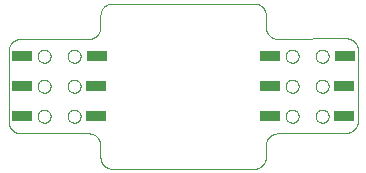
<source format=gbp>
G75*
%MOIN*%
%OFA0B0*%
%FSLAX25Y25*%
%IPPOS*%
%LPD*%
%AMOC8*
5,1,8,0,0,1.08239X$1,22.5*
%
%ADD10C,0.00000*%
%ADD11R,0.07087X0.03543*%
D10*
X0045791Y0032012D02*
X0045915Y0032010D01*
X0046038Y0032004D01*
X0046162Y0031995D01*
X0046284Y0031981D01*
X0046407Y0031964D01*
X0046529Y0031942D01*
X0046650Y0031917D01*
X0046770Y0031888D01*
X0046889Y0031856D01*
X0047008Y0031819D01*
X0047125Y0031779D01*
X0047240Y0031736D01*
X0047355Y0031688D01*
X0047467Y0031637D01*
X0047578Y0031583D01*
X0047688Y0031525D01*
X0047795Y0031464D01*
X0047901Y0031399D01*
X0048004Y0031331D01*
X0048105Y0031260D01*
X0048204Y0031186D01*
X0048301Y0031109D01*
X0048395Y0031028D01*
X0048486Y0030945D01*
X0048575Y0030859D01*
X0048661Y0030770D01*
X0048744Y0030679D01*
X0048825Y0030585D01*
X0048902Y0030488D01*
X0048976Y0030389D01*
X0049047Y0030288D01*
X0049115Y0030185D01*
X0049180Y0030079D01*
X0049241Y0029972D01*
X0049299Y0029862D01*
X0049353Y0029751D01*
X0049404Y0029639D01*
X0049452Y0029524D01*
X0049495Y0029409D01*
X0049535Y0029292D01*
X0049572Y0029173D01*
X0049604Y0029054D01*
X0049633Y0028934D01*
X0049658Y0028813D01*
X0049680Y0028691D01*
X0049697Y0028568D01*
X0049711Y0028446D01*
X0049720Y0028322D01*
X0049726Y0028199D01*
X0049728Y0028075D01*
X0049728Y0024138D01*
X0049730Y0024014D01*
X0049736Y0023891D01*
X0049745Y0023767D01*
X0049759Y0023645D01*
X0049776Y0023522D01*
X0049798Y0023400D01*
X0049823Y0023279D01*
X0049852Y0023159D01*
X0049884Y0023040D01*
X0049921Y0022921D01*
X0049961Y0022804D01*
X0050004Y0022689D01*
X0050052Y0022574D01*
X0050103Y0022462D01*
X0050157Y0022351D01*
X0050215Y0022241D01*
X0050276Y0022134D01*
X0050341Y0022028D01*
X0050409Y0021925D01*
X0050480Y0021824D01*
X0050554Y0021725D01*
X0050631Y0021628D01*
X0050712Y0021534D01*
X0050795Y0021443D01*
X0050881Y0021354D01*
X0050970Y0021268D01*
X0051061Y0021185D01*
X0051155Y0021104D01*
X0051252Y0021027D01*
X0051351Y0020953D01*
X0051452Y0020882D01*
X0051555Y0020814D01*
X0051661Y0020749D01*
X0051768Y0020688D01*
X0051878Y0020630D01*
X0051989Y0020576D01*
X0052101Y0020525D01*
X0052216Y0020477D01*
X0052331Y0020434D01*
X0052448Y0020394D01*
X0052567Y0020357D01*
X0052686Y0020325D01*
X0052806Y0020296D01*
X0052927Y0020271D01*
X0053049Y0020249D01*
X0053172Y0020232D01*
X0053294Y0020218D01*
X0053418Y0020209D01*
X0053541Y0020203D01*
X0053665Y0020201D01*
X0100909Y0020201D01*
X0101033Y0020203D01*
X0101156Y0020209D01*
X0101280Y0020218D01*
X0101402Y0020232D01*
X0101525Y0020249D01*
X0101647Y0020271D01*
X0101768Y0020296D01*
X0101888Y0020325D01*
X0102007Y0020357D01*
X0102126Y0020394D01*
X0102243Y0020434D01*
X0102358Y0020477D01*
X0102473Y0020525D01*
X0102585Y0020576D01*
X0102696Y0020630D01*
X0102806Y0020688D01*
X0102913Y0020749D01*
X0103019Y0020814D01*
X0103122Y0020882D01*
X0103223Y0020953D01*
X0103322Y0021027D01*
X0103419Y0021104D01*
X0103513Y0021185D01*
X0103604Y0021268D01*
X0103693Y0021354D01*
X0103779Y0021443D01*
X0103862Y0021534D01*
X0103943Y0021628D01*
X0104020Y0021725D01*
X0104094Y0021824D01*
X0104165Y0021925D01*
X0104233Y0022028D01*
X0104298Y0022134D01*
X0104359Y0022241D01*
X0104417Y0022351D01*
X0104471Y0022462D01*
X0104522Y0022574D01*
X0104570Y0022689D01*
X0104613Y0022804D01*
X0104653Y0022921D01*
X0104690Y0023040D01*
X0104722Y0023159D01*
X0104751Y0023279D01*
X0104776Y0023400D01*
X0104798Y0023522D01*
X0104815Y0023645D01*
X0104829Y0023767D01*
X0104838Y0023891D01*
X0104844Y0024014D01*
X0104846Y0024138D01*
X0104846Y0028075D01*
X0104848Y0028199D01*
X0104854Y0028322D01*
X0104863Y0028446D01*
X0104877Y0028568D01*
X0104894Y0028691D01*
X0104916Y0028813D01*
X0104941Y0028934D01*
X0104970Y0029054D01*
X0105002Y0029173D01*
X0105039Y0029292D01*
X0105079Y0029409D01*
X0105122Y0029524D01*
X0105170Y0029639D01*
X0105221Y0029751D01*
X0105275Y0029862D01*
X0105333Y0029972D01*
X0105394Y0030079D01*
X0105459Y0030185D01*
X0105527Y0030288D01*
X0105598Y0030389D01*
X0105672Y0030488D01*
X0105749Y0030585D01*
X0105830Y0030679D01*
X0105913Y0030770D01*
X0105999Y0030859D01*
X0106088Y0030945D01*
X0106179Y0031028D01*
X0106273Y0031109D01*
X0106370Y0031186D01*
X0106469Y0031260D01*
X0106570Y0031331D01*
X0106673Y0031399D01*
X0106779Y0031464D01*
X0106886Y0031525D01*
X0106996Y0031583D01*
X0107107Y0031637D01*
X0107219Y0031688D01*
X0107334Y0031736D01*
X0107449Y0031779D01*
X0107566Y0031819D01*
X0107685Y0031856D01*
X0107804Y0031888D01*
X0107924Y0031917D01*
X0108045Y0031942D01*
X0108167Y0031964D01*
X0108290Y0031981D01*
X0108412Y0031995D01*
X0108536Y0032004D01*
X0108659Y0032010D01*
X0108783Y0032012D01*
X0131618Y0032209D01*
X0131742Y0032211D01*
X0131865Y0032217D01*
X0131989Y0032226D01*
X0132111Y0032240D01*
X0132234Y0032257D01*
X0132356Y0032279D01*
X0132477Y0032304D01*
X0132597Y0032333D01*
X0132716Y0032365D01*
X0132835Y0032402D01*
X0132952Y0032442D01*
X0133067Y0032485D01*
X0133182Y0032533D01*
X0133294Y0032584D01*
X0133405Y0032638D01*
X0133515Y0032696D01*
X0133622Y0032757D01*
X0133728Y0032822D01*
X0133831Y0032890D01*
X0133932Y0032961D01*
X0134031Y0033035D01*
X0134128Y0033112D01*
X0134222Y0033193D01*
X0134313Y0033276D01*
X0134402Y0033362D01*
X0134488Y0033451D01*
X0134571Y0033542D01*
X0134652Y0033636D01*
X0134729Y0033733D01*
X0134803Y0033832D01*
X0134874Y0033933D01*
X0134942Y0034036D01*
X0135007Y0034142D01*
X0135068Y0034249D01*
X0135126Y0034359D01*
X0135180Y0034470D01*
X0135231Y0034582D01*
X0135279Y0034697D01*
X0135322Y0034812D01*
X0135362Y0034929D01*
X0135399Y0035048D01*
X0135431Y0035167D01*
X0135460Y0035287D01*
X0135485Y0035408D01*
X0135507Y0035530D01*
X0135524Y0035653D01*
X0135538Y0035775D01*
X0135547Y0035899D01*
X0135553Y0036022D01*
X0135555Y0036146D01*
X0135555Y0059768D01*
X0135553Y0059892D01*
X0135547Y0060015D01*
X0135538Y0060139D01*
X0135524Y0060261D01*
X0135507Y0060384D01*
X0135485Y0060506D01*
X0135460Y0060627D01*
X0135431Y0060747D01*
X0135399Y0060866D01*
X0135362Y0060985D01*
X0135322Y0061102D01*
X0135279Y0061217D01*
X0135231Y0061332D01*
X0135180Y0061444D01*
X0135126Y0061555D01*
X0135068Y0061665D01*
X0135007Y0061772D01*
X0134942Y0061878D01*
X0134874Y0061981D01*
X0134803Y0062082D01*
X0134729Y0062181D01*
X0134652Y0062278D01*
X0134571Y0062372D01*
X0134488Y0062463D01*
X0134402Y0062552D01*
X0134313Y0062638D01*
X0134222Y0062721D01*
X0134128Y0062802D01*
X0134031Y0062879D01*
X0133932Y0062953D01*
X0133831Y0063024D01*
X0133728Y0063092D01*
X0133622Y0063157D01*
X0133515Y0063218D01*
X0133405Y0063276D01*
X0133294Y0063330D01*
X0133182Y0063381D01*
X0133067Y0063429D01*
X0132952Y0063472D01*
X0132835Y0063512D01*
X0132716Y0063549D01*
X0132597Y0063581D01*
X0132477Y0063610D01*
X0132356Y0063635D01*
X0132234Y0063657D01*
X0132111Y0063674D01*
X0131989Y0063688D01*
X0131865Y0063697D01*
X0131742Y0063703D01*
X0131618Y0063705D01*
X0108783Y0063508D01*
X0108659Y0063510D01*
X0108536Y0063516D01*
X0108412Y0063525D01*
X0108290Y0063539D01*
X0108167Y0063556D01*
X0108045Y0063578D01*
X0107924Y0063603D01*
X0107804Y0063632D01*
X0107685Y0063664D01*
X0107566Y0063701D01*
X0107449Y0063741D01*
X0107334Y0063784D01*
X0107219Y0063832D01*
X0107107Y0063883D01*
X0106996Y0063937D01*
X0106886Y0063995D01*
X0106779Y0064056D01*
X0106673Y0064121D01*
X0106570Y0064189D01*
X0106469Y0064260D01*
X0106370Y0064334D01*
X0106273Y0064411D01*
X0106179Y0064492D01*
X0106088Y0064575D01*
X0105999Y0064661D01*
X0105913Y0064750D01*
X0105830Y0064841D01*
X0105749Y0064935D01*
X0105672Y0065032D01*
X0105598Y0065131D01*
X0105527Y0065232D01*
X0105459Y0065335D01*
X0105394Y0065441D01*
X0105333Y0065548D01*
X0105275Y0065658D01*
X0105221Y0065769D01*
X0105170Y0065881D01*
X0105122Y0065996D01*
X0105079Y0066111D01*
X0105039Y0066228D01*
X0105002Y0066347D01*
X0104970Y0066466D01*
X0104941Y0066586D01*
X0104916Y0066707D01*
X0104894Y0066829D01*
X0104877Y0066952D01*
X0104863Y0067074D01*
X0104854Y0067198D01*
X0104848Y0067321D01*
X0104846Y0067445D01*
X0104846Y0071382D01*
X0104844Y0071506D01*
X0104838Y0071629D01*
X0104829Y0071753D01*
X0104815Y0071875D01*
X0104798Y0071998D01*
X0104776Y0072120D01*
X0104751Y0072241D01*
X0104722Y0072361D01*
X0104690Y0072480D01*
X0104653Y0072599D01*
X0104613Y0072716D01*
X0104570Y0072831D01*
X0104522Y0072946D01*
X0104471Y0073058D01*
X0104417Y0073169D01*
X0104359Y0073279D01*
X0104298Y0073386D01*
X0104233Y0073492D01*
X0104165Y0073595D01*
X0104094Y0073696D01*
X0104020Y0073795D01*
X0103943Y0073892D01*
X0103862Y0073986D01*
X0103779Y0074077D01*
X0103693Y0074166D01*
X0103604Y0074252D01*
X0103513Y0074335D01*
X0103419Y0074416D01*
X0103322Y0074493D01*
X0103223Y0074567D01*
X0103122Y0074638D01*
X0103019Y0074706D01*
X0102913Y0074771D01*
X0102806Y0074832D01*
X0102696Y0074890D01*
X0102585Y0074944D01*
X0102473Y0074995D01*
X0102358Y0075043D01*
X0102243Y0075086D01*
X0102126Y0075126D01*
X0102007Y0075163D01*
X0101888Y0075195D01*
X0101768Y0075224D01*
X0101647Y0075249D01*
X0101525Y0075271D01*
X0101402Y0075288D01*
X0101280Y0075302D01*
X0101156Y0075311D01*
X0101033Y0075317D01*
X0100909Y0075319D01*
X0053665Y0075319D01*
X0053541Y0075317D01*
X0053418Y0075311D01*
X0053294Y0075302D01*
X0053172Y0075288D01*
X0053049Y0075271D01*
X0052927Y0075249D01*
X0052806Y0075224D01*
X0052686Y0075195D01*
X0052567Y0075163D01*
X0052448Y0075126D01*
X0052331Y0075086D01*
X0052216Y0075043D01*
X0052101Y0074995D01*
X0051989Y0074944D01*
X0051878Y0074890D01*
X0051768Y0074832D01*
X0051661Y0074771D01*
X0051555Y0074706D01*
X0051452Y0074638D01*
X0051351Y0074567D01*
X0051252Y0074493D01*
X0051155Y0074416D01*
X0051061Y0074335D01*
X0050970Y0074252D01*
X0050881Y0074166D01*
X0050795Y0074077D01*
X0050712Y0073986D01*
X0050631Y0073892D01*
X0050554Y0073795D01*
X0050480Y0073696D01*
X0050409Y0073595D01*
X0050341Y0073492D01*
X0050276Y0073386D01*
X0050215Y0073279D01*
X0050157Y0073169D01*
X0050103Y0073058D01*
X0050052Y0072946D01*
X0050004Y0072831D01*
X0049961Y0072716D01*
X0049921Y0072599D01*
X0049884Y0072480D01*
X0049852Y0072361D01*
X0049823Y0072241D01*
X0049798Y0072120D01*
X0049776Y0071998D01*
X0049759Y0071875D01*
X0049745Y0071753D01*
X0049736Y0071629D01*
X0049730Y0071506D01*
X0049728Y0071382D01*
X0049728Y0067445D01*
X0049726Y0067321D01*
X0049720Y0067198D01*
X0049711Y0067074D01*
X0049697Y0066952D01*
X0049680Y0066829D01*
X0049658Y0066707D01*
X0049633Y0066586D01*
X0049604Y0066466D01*
X0049572Y0066347D01*
X0049535Y0066228D01*
X0049495Y0066111D01*
X0049452Y0065996D01*
X0049404Y0065881D01*
X0049353Y0065769D01*
X0049299Y0065658D01*
X0049241Y0065548D01*
X0049180Y0065441D01*
X0049115Y0065335D01*
X0049047Y0065232D01*
X0048976Y0065131D01*
X0048902Y0065032D01*
X0048825Y0064935D01*
X0048744Y0064841D01*
X0048661Y0064750D01*
X0048575Y0064661D01*
X0048486Y0064575D01*
X0048395Y0064492D01*
X0048301Y0064411D01*
X0048204Y0064334D01*
X0048105Y0064260D01*
X0048004Y0064189D01*
X0047901Y0064121D01*
X0047795Y0064056D01*
X0047688Y0063995D01*
X0047578Y0063937D01*
X0047467Y0063883D01*
X0047355Y0063832D01*
X0047240Y0063784D01*
X0047125Y0063741D01*
X0047008Y0063701D01*
X0046889Y0063664D01*
X0046770Y0063632D01*
X0046650Y0063603D01*
X0046529Y0063578D01*
X0046407Y0063556D01*
X0046284Y0063539D01*
X0046162Y0063525D01*
X0046038Y0063516D01*
X0045915Y0063510D01*
X0045791Y0063508D01*
X0023094Y0063508D01*
X0022970Y0063506D01*
X0022847Y0063500D01*
X0022723Y0063491D01*
X0022601Y0063477D01*
X0022478Y0063460D01*
X0022356Y0063438D01*
X0022235Y0063413D01*
X0022115Y0063384D01*
X0021996Y0063352D01*
X0021877Y0063315D01*
X0021760Y0063275D01*
X0021645Y0063232D01*
X0021530Y0063184D01*
X0021418Y0063133D01*
X0021307Y0063079D01*
X0021197Y0063021D01*
X0021090Y0062960D01*
X0020984Y0062895D01*
X0020881Y0062827D01*
X0020780Y0062756D01*
X0020681Y0062682D01*
X0020584Y0062605D01*
X0020490Y0062524D01*
X0020399Y0062441D01*
X0020310Y0062355D01*
X0020224Y0062266D01*
X0020141Y0062175D01*
X0020060Y0062081D01*
X0019983Y0061984D01*
X0019909Y0061885D01*
X0019838Y0061784D01*
X0019770Y0061681D01*
X0019705Y0061575D01*
X0019644Y0061468D01*
X0019586Y0061358D01*
X0019532Y0061247D01*
X0019481Y0061135D01*
X0019433Y0061020D01*
X0019390Y0060905D01*
X0019350Y0060788D01*
X0019313Y0060669D01*
X0019281Y0060550D01*
X0019252Y0060430D01*
X0019227Y0060309D01*
X0019205Y0060187D01*
X0019188Y0060064D01*
X0019174Y0059942D01*
X0019165Y0059818D01*
X0019159Y0059695D01*
X0019157Y0059571D01*
X0019157Y0035949D01*
X0019159Y0035825D01*
X0019165Y0035702D01*
X0019174Y0035578D01*
X0019188Y0035456D01*
X0019205Y0035333D01*
X0019227Y0035211D01*
X0019252Y0035090D01*
X0019281Y0034970D01*
X0019313Y0034851D01*
X0019350Y0034732D01*
X0019390Y0034615D01*
X0019433Y0034500D01*
X0019481Y0034385D01*
X0019532Y0034273D01*
X0019586Y0034162D01*
X0019644Y0034052D01*
X0019705Y0033945D01*
X0019770Y0033839D01*
X0019838Y0033736D01*
X0019909Y0033635D01*
X0019983Y0033536D01*
X0020060Y0033439D01*
X0020141Y0033345D01*
X0020224Y0033254D01*
X0020310Y0033165D01*
X0020399Y0033079D01*
X0020490Y0032996D01*
X0020584Y0032915D01*
X0020681Y0032838D01*
X0020780Y0032764D01*
X0020881Y0032693D01*
X0020984Y0032625D01*
X0021090Y0032560D01*
X0021197Y0032499D01*
X0021307Y0032441D01*
X0021418Y0032387D01*
X0021530Y0032336D01*
X0021645Y0032288D01*
X0021760Y0032245D01*
X0021877Y0032205D01*
X0021996Y0032168D01*
X0022115Y0032136D01*
X0022235Y0032107D01*
X0022356Y0032082D01*
X0022478Y0032060D01*
X0022601Y0032043D01*
X0022723Y0032029D01*
X0022847Y0032020D01*
X0022970Y0032014D01*
X0023094Y0032012D01*
X0045791Y0032012D01*
X0038784Y0037760D02*
X0038786Y0037853D01*
X0038792Y0037945D01*
X0038802Y0038037D01*
X0038816Y0038128D01*
X0038833Y0038219D01*
X0038855Y0038309D01*
X0038880Y0038398D01*
X0038909Y0038486D01*
X0038942Y0038572D01*
X0038979Y0038657D01*
X0039019Y0038741D01*
X0039063Y0038822D01*
X0039110Y0038902D01*
X0039160Y0038980D01*
X0039214Y0039055D01*
X0039271Y0039128D01*
X0039331Y0039198D01*
X0039394Y0039266D01*
X0039460Y0039331D01*
X0039528Y0039393D01*
X0039599Y0039453D01*
X0039673Y0039509D01*
X0039749Y0039562D01*
X0039827Y0039611D01*
X0039907Y0039658D01*
X0039989Y0039700D01*
X0040073Y0039740D01*
X0040158Y0039775D01*
X0040245Y0039807D01*
X0040333Y0039836D01*
X0040422Y0039860D01*
X0040512Y0039881D01*
X0040603Y0039897D01*
X0040695Y0039910D01*
X0040787Y0039919D01*
X0040880Y0039924D01*
X0040972Y0039925D01*
X0041065Y0039922D01*
X0041157Y0039915D01*
X0041249Y0039904D01*
X0041340Y0039889D01*
X0041431Y0039871D01*
X0041521Y0039848D01*
X0041609Y0039822D01*
X0041697Y0039792D01*
X0041783Y0039758D01*
X0041867Y0039721D01*
X0041950Y0039679D01*
X0042031Y0039635D01*
X0042111Y0039587D01*
X0042188Y0039536D01*
X0042262Y0039481D01*
X0042335Y0039423D01*
X0042405Y0039363D01*
X0042472Y0039299D01*
X0042536Y0039233D01*
X0042598Y0039163D01*
X0042656Y0039092D01*
X0042711Y0039018D01*
X0042763Y0038941D01*
X0042812Y0038862D01*
X0042858Y0038782D01*
X0042900Y0038699D01*
X0042938Y0038615D01*
X0042973Y0038529D01*
X0043004Y0038442D01*
X0043031Y0038354D01*
X0043054Y0038264D01*
X0043074Y0038174D01*
X0043090Y0038083D01*
X0043102Y0037991D01*
X0043110Y0037899D01*
X0043114Y0037806D01*
X0043114Y0037714D01*
X0043110Y0037621D01*
X0043102Y0037529D01*
X0043090Y0037437D01*
X0043074Y0037346D01*
X0043054Y0037256D01*
X0043031Y0037166D01*
X0043004Y0037078D01*
X0042973Y0036991D01*
X0042938Y0036905D01*
X0042900Y0036821D01*
X0042858Y0036738D01*
X0042812Y0036658D01*
X0042763Y0036579D01*
X0042711Y0036502D01*
X0042656Y0036428D01*
X0042598Y0036357D01*
X0042536Y0036287D01*
X0042472Y0036221D01*
X0042405Y0036157D01*
X0042335Y0036097D01*
X0042262Y0036039D01*
X0042188Y0035984D01*
X0042111Y0035933D01*
X0042032Y0035885D01*
X0041950Y0035841D01*
X0041867Y0035799D01*
X0041783Y0035762D01*
X0041697Y0035728D01*
X0041609Y0035698D01*
X0041521Y0035672D01*
X0041431Y0035649D01*
X0041340Y0035631D01*
X0041249Y0035616D01*
X0041157Y0035605D01*
X0041065Y0035598D01*
X0040972Y0035595D01*
X0040880Y0035596D01*
X0040787Y0035601D01*
X0040695Y0035610D01*
X0040603Y0035623D01*
X0040512Y0035639D01*
X0040422Y0035660D01*
X0040333Y0035684D01*
X0040245Y0035713D01*
X0040158Y0035745D01*
X0040073Y0035780D01*
X0039989Y0035820D01*
X0039907Y0035862D01*
X0039827Y0035909D01*
X0039749Y0035958D01*
X0039673Y0036011D01*
X0039599Y0036067D01*
X0039528Y0036127D01*
X0039460Y0036189D01*
X0039394Y0036254D01*
X0039331Y0036322D01*
X0039271Y0036392D01*
X0039214Y0036465D01*
X0039160Y0036540D01*
X0039110Y0036618D01*
X0039063Y0036698D01*
X0039019Y0036779D01*
X0038979Y0036863D01*
X0038942Y0036948D01*
X0038909Y0037034D01*
X0038880Y0037122D01*
X0038855Y0037211D01*
X0038833Y0037301D01*
X0038816Y0037392D01*
X0038802Y0037483D01*
X0038792Y0037575D01*
X0038786Y0037667D01*
X0038784Y0037760D01*
X0028784Y0037760D02*
X0028786Y0037853D01*
X0028792Y0037945D01*
X0028802Y0038037D01*
X0028816Y0038128D01*
X0028833Y0038219D01*
X0028855Y0038309D01*
X0028880Y0038398D01*
X0028909Y0038486D01*
X0028942Y0038572D01*
X0028979Y0038657D01*
X0029019Y0038741D01*
X0029063Y0038822D01*
X0029110Y0038902D01*
X0029160Y0038980D01*
X0029214Y0039055D01*
X0029271Y0039128D01*
X0029331Y0039198D01*
X0029394Y0039266D01*
X0029460Y0039331D01*
X0029528Y0039393D01*
X0029599Y0039453D01*
X0029673Y0039509D01*
X0029749Y0039562D01*
X0029827Y0039611D01*
X0029907Y0039658D01*
X0029989Y0039700D01*
X0030073Y0039740D01*
X0030158Y0039775D01*
X0030245Y0039807D01*
X0030333Y0039836D01*
X0030422Y0039860D01*
X0030512Y0039881D01*
X0030603Y0039897D01*
X0030695Y0039910D01*
X0030787Y0039919D01*
X0030880Y0039924D01*
X0030972Y0039925D01*
X0031065Y0039922D01*
X0031157Y0039915D01*
X0031249Y0039904D01*
X0031340Y0039889D01*
X0031431Y0039871D01*
X0031521Y0039848D01*
X0031609Y0039822D01*
X0031697Y0039792D01*
X0031783Y0039758D01*
X0031867Y0039721D01*
X0031950Y0039679D01*
X0032031Y0039635D01*
X0032111Y0039587D01*
X0032188Y0039536D01*
X0032262Y0039481D01*
X0032335Y0039423D01*
X0032405Y0039363D01*
X0032472Y0039299D01*
X0032536Y0039233D01*
X0032598Y0039163D01*
X0032656Y0039092D01*
X0032711Y0039018D01*
X0032763Y0038941D01*
X0032812Y0038862D01*
X0032858Y0038782D01*
X0032900Y0038699D01*
X0032938Y0038615D01*
X0032973Y0038529D01*
X0033004Y0038442D01*
X0033031Y0038354D01*
X0033054Y0038264D01*
X0033074Y0038174D01*
X0033090Y0038083D01*
X0033102Y0037991D01*
X0033110Y0037899D01*
X0033114Y0037806D01*
X0033114Y0037714D01*
X0033110Y0037621D01*
X0033102Y0037529D01*
X0033090Y0037437D01*
X0033074Y0037346D01*
X0033054Y0037256D01*
X0033031Y0037166D01*
X0033004Y0037078D01*
X0032973Y0036991D01*
X0032938Y0036905D01*
X0032900Y0036821D01*
X0032858Y0036738D01*
X0032812Y0036658D01*
X0032763Y0036579D01*
X0032711Y0036502D01*
X0032656Y0036428D01*
X0032598Y0036357D01*
X0032536Y0036287D01*
X0032472Y0036221D01*
X0032405Y0036157D01*
X0032335Y0036097D01*
X0032262Y0036039D01*
X0032188Y0035984D01*
X0032111Y0035933D01*
X0032032Y0035885D01*
X0031950Y0035841D01*
X0031867Y0035799D01*
X0031783Y0035762D01*
X0031697Y0035728D01*
X0031609Y0035698D01*
X0031521Y0035672D01*
X0031431Y0035649D01*
X0031340Y0035631D01*
X0031249Y0035616D01*
X0031157Y0035605D01*
X0031065Y0035598D01*
X0030972Y0035595D01*
X0030880Y0035596D01*
X0030787Y0035601D01*
X0030695Y0035610D01*
X0030603Y0035623D01*
X0030512Y0035639D01*
X0030422Y0035660D01*
X0030333Y0035684D01*
X0030245Y0035713D01*
X0030158Y0035745D01*
X0030073Y0035780D01*
X0029989Y0035820D01*
X0029907Y0035862D01*
X0029827Y0035909D01*
X0029749Y0035958D01*
X0029673Y0036011D01*
X0029599Y0036067D01*
X0029528Y0036127D01*
X0029460Y0036189D01*
X0029394Y0036254D01*
X0029331Y0036322D01*
X0029271Y0036392D01*
X0029214Y0036465D01*
X0029160Y0036540D01*
X0029110Y0036618D01*
X0029063Y0036698D01*
X0029019Y0036779D01*
X0028979Y0036863D01*
X0028942Y0036948D01*
X0028909Y0037034D01*
X0028880Y0037122D01*
X0028855Y0037211D01*
X0028833Y0037301D01*
X0028816Y0037392D01*
X0028802Y0037483D01*
X0028792Y0037575D01*
X0028786Y0037667D01*
X0028784Y0037760D01*
X0028784Y0047760D02*
X0028786Y0047853D01*
X0028792Y0047945D01*
X0028802Y0048037D01*
X0028816Y0048128D01*
X0028833Y0048219D01*
X0028855Y0048309D01*
X0028880Y0048398D01*
X0028909Y0048486D01*
X0028942Y0048572D01*
X0028979Y0048657D01*
X0029019Y0048741D01*
X0029063Y0048822D01*
X0029110Y0048902D01*
X0029160Y0048980D01*
X0029214Y0049055D01*
X0029271Y0049128D01*
X0029331Y0049198D01*
X0029394Y0049266D01*
X0029460Y0049331D01*
X0029528Y0049393D01*
X0029599Y0049453D01*
X0029673Y0049509D01*
X0029749Y0049562D01*
X0029827Y0049611D01*
X0029907Y0049658D01*
X0029989Y0049700D01*
X0030073Y0049740D01*
X0030158Y0049775D01*
X0030245Y0049807D01*
X0030333Y0049836D01*
X0030422Y0049860D01*
X0030512Y0049881D01*
X0030603Y0049897D01*
X0030695Y0049910D01*
X0030787Y0049919D01*
X0030880Y0049924D01*
X0030972Y0049925D01*
X0031065Y0049922D01*
X0031157Y0049915D01*
X0031249Y0049904D01*
X0031340Y0049889D01*
X0031431Y0049871D01*
X0031521Y0049848D01*
X0031609Y0049822D01*
X0031697Y0049792D01*
X0031783Y0049758D01*
X0031867Y0049721D01*
X0031950Y0049679D01*
X0032031Y0049635D01*
X0032111Y0049587D01*
X0032188Y0049536D01*
X0032262Y0049481D01*
X0032335Y0049423D01*
X0032405Y0049363D01*
X0032472Y0049299D01*
X0032536Y0049233D01*
X0032598Y0049163D01*
X0032656Y0049092D01*
X0032711Y0049018D01*
X0032763Y0048941D01*
X0032812Y0048862D01*
X0032858Y0048782D01*
X0032900Y0048699D01*
X0032938Y0048615D01*
X0032973Y0048529D01*
X0033004Y0048442D01*
X0033031Y0048354D01*
X0033054Y0048264D01*
X0033074Y0048174D01*
X0033090Y0048083D01*
X0033102Y0047991D01*
X0033110Y0047899D01*
X0033114Y0047806D01*
X0033114Y0047714D01*
X0033110Y0047621D01*
X0033102Y0047529D01*
X0033090Y0047437D01*
X0033074Y0047346D01*
X0033054Y0047256D01*
X0033031Y0047166D01*
X0033004Y0047078D01*
X0032973Y0046991D01*
X0032938Y0046905D01*
X0032900Y0046821D01*
X0032858Y0046738D01*
X0032812Y0046658D01*
X0032763Y0046579D01*
X0032711Y0046502D01*
X0032656Y0046428D01*
X0032598Y0046357D01*
X0032536Y0046287D01*
X0032472Y0046221D01*
X0032405Y0046157D01*
X0032335Y0046097D01*
X0032262Y0046039D01*
X0032188Y0045984D01*
X0032111Y0045933D01*
X0032032Y0045885D01*
X0031950Y0045841D01*
X0031867Y0045799D01*
X0031783Y0045762D01*
X0031697Y0045728D01*
X0031609Y0045698D01*
X0031521Y0045672D01*
X0031431Y0045649D01*
X0031340Y0045631D01*
X0031249Y0045616D01*
X0031157Y0045605D01*
X0031065Y0045598D01*
X0030972Y0045595D01*
X0030880Y0045596D01*
X0030787Y0045601D01*
X0030695Y0045610D01*
X0030603Y0045623D01*
X0030512Y0045639D01*
X0030422Y0045660D01*
X0030333Y0045684D01*
X0030245Y0045713D01*
X0030158Y0045745D01*
X0030073Y0045780D01*
X0029989Y0045820D01*
X0029907Y0045862D01*
X0029827Y0045909D01*
X0029749Y0045958D01*
X0029673Y0046011D01*
X0029599Y0046067D01*
X0029528Y0046127D01*
X0029460Y0046189D01*
X0029394Y0046254D01*
X0029331Y0046322D01*
X0029271Y0046392D01*
X0029214Y0046465D01*
X0029160Y0046540D01*
X0029110Y0046618D01*
X0029063Y0046698D01*
X0029019Y0046779D01*
X0028979Y0046863D01*
X0028942Y0046948D01*
X0028909Y0047034D01*
X0028880Y0047122D01*
X0028855Y0047211D01*
X0028833Y0047301D01*
X0028816Y0047392D01*
X0028802Y0047483D01*
X0028792Y0047575D01*
X0028786Y0047667D01*
X0028784Y0047760D01*
X0038784Y0047760D02*
X0038786Y0047853D01*
X0038792Y0047945D01*
X0038802Y0048037D01*
X0038816Y0048128D01*
X0038833Y0048219D01*
X0038855Y0048309D01*
X0038880Y0048398D01*
X0038909Y0048486D01*
X0038942Y0048572D01*
X0038979Y0048657D01*
X0039019Y0048741D01*
X0039063Y0048822D01*
X0039110Y0048902D01*
X0039160Y0048980D01*
X0039214Y0049055D01*
X0039271Y0049128D01*
X0039331Y0049198D01*
X0039394Y0049266D01*
X0039460Y0049331D01*
X0039528Y0049393D01*
X0039599Y0049453D01*
X0039673Y0049509D01*
X0039749Y0049562D01*
X0039827Y0049611D01*
X0039907Y0049658D01*
X0039989Y0049700D01*
X0040073Y0049740D01*
X0040158Y0049775D01*
X0040245Y0049807D01*
X0040333Y0049836D01*
X0040422Y0049860D01*
X0040512Y0049881D01*
X0040603Y0049897D01*
X0040695Y0049910D01*
X0040787Y0049919D01*
X0040880Y0049924D01*
X0040972Y0049925D01*
X0041065Y0049922D01*
X0041157Y0049915D01*
X0041249Y0049904D01*
X0041340Y0049889D01*
X0041431Y0049871D01*
X0041521Y0049848D01*
X0041609Y0049822D01*
X0041697Y0049792D01*
X0041783Y0049758D01*
X0041867Y0049721D01*
X0041950Y0049679D01*
X0042031Y0049635D01*
X0042111Y0049587D01*
X0042188Y0049536D01*
X0042262Y0049481D01*
X0042335Y0049423D01*
X0042405Y0049363D01*
X0042472Y0049299D01*
X0042536Y0049233D01*
X0042598Y0049163D01*
X0042656Y0049092D01*
X0042711Y0049018D01*
X0042763Y0048941D01*
X0042812Y0048862D01*
X0042858Y0048782D01*
X0042900Y0048699D01*
X0042938Y0048615D01*
X0042973Y0048529D01*
X0043004Y0048442D01*
X0043031Y0048354D01*
X0043054Y0048264D01*
X0043074Y0048174D01*
X0043090Y0048083D01*
X0043102Y0047991D01*
X0043110Y0047899D01*
X0043114Y0047806D01*
X0043114Y0047714D01*
X0043110Y0047621D01*
X0043102Y0047529D01*
X0043090Y0047437D01*
X0043074Y0047346D01*
X0043054Y0047256D01*
X0043031Y0047166D01*
X0043004Y0047078D01*
X0042973Y0046991D01*
X0042938Y0046905D01*
X0042900Y0046821D01*
X0042858Y0046738D01*
X0042812Y0046658D01*
X0042763Y0046579D01*
X0042711Y0046502D01*
X0042656Y0046428D01*
X0042598Y0046357D01*
X0042536Y0046287D01*
X0042472Y0046221D01*
X0042405Y0046157D01*
X0042335Y0046097D01*
X0042262Y0046039D01*
X0042188Y0045984D01*
X0042111Y0045933D01*
X0042032Y0045885D01*
X0041950Y0045841D01*
X0041867Y0045799D01*
X0041783Y0045762D01*
X0041697Y0045728D01*
X0041609Y0045698D01*
X0041521Y0045672D01*
X0041431Y0045649D01*
X0041340Y0045631D01*
X0041249Y0045616D01*
X0041157Y0045605D01*
X0041065Y0045598D01*
X0040972Y0045595D01*
X0040880Y0045596D01*
X0040787Y0045601D01*
X0040695Y0045610D01*
X0040603Y0045623D01*
X0040512Y0045639D01*
X0040422Y0045660D01*
X0040333Y0045684D01*
X0040245Y0045713D01*
X0040158Y0045745D01*
X0040073Y0045780D01*
X0039989Y0045820D01*
X0039907Y0045862D01*
X0039827Y0045909D01*
X0039749Y0045958D01*
X0039673Y0046011D01*
X0039599Y0046067D01*
X0039528Y0046127D01*
X0039460Y0046189D01*
X0039394Y0046254D01*
X0039331Y0046322D01*
X0039271Y0046392D01*
X0039214Y0046465D01*
X0039160Y0046540D01*
X0039110Y0046618D01*
X0039063Y0046698D01*
X0039019Y0046779D01*
X0038979Y0046863D01*
X0038942Y0046948D01*
X0038909Y0047034D01*
X0038880Y0047122D01*
X0038855Y0047211D01*
X0038833Y0047301D01*
X0038816Y0047392D01*
X0038802Y0047483D01*
X0038792Y0047575D01*
X0038786Y0047667D01*
X0038784Y0047760D01*
X0038784Y0057760D02*
X0038786Y0057853D01*
X0038792Y0057945D01*
X0038802Y0058037D01*
X0038816Y0058128D01*
X0038833Y0058219D01*
X0038855Y0058309D01*
X0038880Y0058398D01*
X0038909Y0058486D01*
X0038942Y0058572D01*
X0038979Y0058657D01*
X0039019Y0058741D01*
X0039063Y0058822D01*
X0039110Y0058902D01*
X0039160Y0058980D01*
X0039214Y0059055D01*
X0039271Y0059128D01*
X0039331Y0059198D01*
X0039394Y0059266D01*
X0039460Y0059331D01*
X0039528Y0059393D01*
X0039599Y0059453D01*
X0039673Y0059509D01*
X0039749Y0059562D01*
X0039827Y0059611D01*
X0039907Y0059658D01*
X0039989Y0059700D01*
X0040073Y0059740D01*
X0040158Y0059775D01*
X0040245Y0059807D01*
X0040333Y0059836D01*
X0040422Y0059860D01*
X0040512Y0059881D01*
X0040603Y0059897D01*
X0040695Y0059910D01*
X0040787Y0059919D01*
X0040880Y0059924D01*
X0040972Y0059925D01*
X0041065Y0059922D01*
X0041157Y0059915D01*
X0041249Y0059904D01*
X0041340Y0059889D01*
X0041431Y0059871D01*
X0041521Y0059848D01*
X0041609Y0059822D01*
X0041697Y0059792D01*
X0041783Y0059758D01*
X0041867Y0059721D01*
X0041950Y0059679D01*
X0042031Y0059635D01*
X0042111Y0059587D01*
X0042188Y0059536D01*
X0042262Y0059481D01*
X0042335Y0059423D01*
X0042405Y0059363D01*
X0042472Y0059299D01*
X0042536Y0059233D01*
X0042598Y0059163D01*
X0042656Y0059092D01*
X0042711Y0059018D01*
X0042763Y0058941D01*
X0042812Y0058862D01*
X0042858Y0058782D01*
X0042900Y0058699D01*
X0042938Y0058615D01*
X0042973Y0058529D01*
X0043004Y0058442D01*
X0043031Y0058354D01*
X0043054Y0058264D01*
X0043074Y0058174D01*
X0043090Y0058083D01*
X0043102Y0057991D01*
X0043110Y0057899D01*
X0043114Y0057806D01*
X0043114Y0057714D01*
X0043110Y0057621D01*
X0043102Y0057529D01*
X0043090Y0057437D01*
X0043074Y0057346D01*
X0043054Y0057256D01*
X0043031Y0057166D01*
X0043004Y0057078D01*
X0042973Y0056991D01*
X0042938Y0056905D01*
X0042900Y0056821D01*
X0042858Y0056738D01*
X0042812Y0056658D01*
X0042763Y0056579D01*
X0042711Y0056502D01*
X0042656Y0056428D01*
X0042598Y0056357D01*
X0042536Y0056287D01*
X0042472Y0056221D01*
X0042405Y0056157D01*
X0042335Y0056097D01*
X0042262Y0056039D01*
X0042188Y0055984D01*
X0042111Y0055933D01*
X0042032Y0055885D01*
X0041950Y0055841D01*
X0041867Y0055799D01*
X0041783Y0055762D01*
X0041697Y0055728D01*
X0041609Y0055698D01*
X0041521Y0055672D01*
X0041431Y0055649D01*
X0041340Y0055631D01*
X0041249Y0055616D01*
X0041157Y0055605D01*
X0041065Y0055598D01*
X0040972Y0055595D01*
X0040880Y0055596D01*
X0040787Y0055601D01*
X0040695Y0055610D01*
X0040603Y0055623D01*
X0040512Y0055639D01*
X0040422Y0055660D01*
X0040333Y0055684D01*
X0040245Y0055713D01*
X0040158Y0055745D01*
X0040073Y0055780D01*
X0039989Y0055820D01*
X0039907Y0055862D01*
X0039827Y0055909D01*
X0039749Y0055958D01*
X0039673Y0056011D01*
X0039599Y0056067D01*
X0039528Y0056127D01*
X0039460Y0056189D01*
X0039394Y0056254D01*
X0039331Y0056322D01*
X0039271Y0056392D01*
X0039214Y0056465D01*
X0039160Y0056540D01*
X0039110Y0056618D01*
X0039063Y0056698D01*
X0039019Y0056779D01*
X0038979Y0056863D01*
X0038942Y0056948D01*
X0038909Y0057034D01*
X0038880Y0057122D01*
X0038855Y0057211D01*
X0038833Y0057301D01*
X0038816Y0057392D01*
X0038802Y0057483D01*
X0038792Y0057575D01*
X0038786Y0057667D01*
X0038784Y0057760D01*
X0028784Y0057760D02*
X0028786Y0057853D01*
X0028792Y0057945D01*
X0028802Y0058037D01*
X0028816Y0058128D01*
X0028833Y0058219D01*
X0028855Y0058309D01*
X0028880Y0058398D01*
X0028909Y0058486D01*
X0028942Y0058572D01*
X0028979Y0058657D01*
X0029019Y0058741D01*
X0029063Y0058822D01*
X0029110Y0058902D01*
X0029160Y0058980D01*
X0029214Y0059055D01*
X0029271Y0059128D01*
X0029331Y0059198D01*
X0029394Y0059266D01*
X0029460Y0059331D01*
X0029528Y0059393D01*
X0029599Y0059453D01*
X0029673Y0059509D01*
X0029749Y0059562D01*
X0029827Y0059611D01*
X0029907Y0059658D01*
X0029989Y0059700D01*
X0030073Y0059740D01*
X0030158Y0059775D01*
X0030245Y0059807D01*
X0030333Y0059836D01*
X0030422Y0059860D01*
X0030512Y0059881D01*
X0030603Y0059897D01*
X0030695Y0059910D01*
X0030787Y0059919D01*
X0030880Y0059924D01*
X0030972Y0059925D01*
X0031065Y0059922D01*
X0031157Y0059915D01*
X0031249Y0059904D01*
X0031340Y0059889D01*
X0031431Y0059871D01*
X0031521Y0059848D01*
X0031609Y0059822D01*
X0031697Y0059792D01*
X0031783Y0059758D01*
X0031867Y0059721D01*
X0031950Y0059679D01*
X0032031Y0059635D01*
X0032111Y0059587D01*
X0032188Y0059536D01*
X0032262Y0059481D01*
X0032335Y0059423D01*
X0032405Y0059363D01*
X0032472Y0059299D01*
X0032536Y0059233D01*
X0032598Y0059163D01*
X0032656Y0059092D01*
X0032711Y0059018D01*
X0032763Y0058941D01*
X0032812Y0058862D01*
X0032858Y0058782D01*
X0032900Y0058699D01*
X0032938Y0058615D01*
X0032973Y0058529D01*
X0033004Y0058442D01*
X0033031Y0058354D01*
X0033054Y0058264D01*
X0033074Y0058174D01*
X0033090Y0058083D01*
X0033102Y0057991D01*
X0033110Y0057899D01*
X0033114Y0057806D01*
X0033114Y0057714D01*
X0033110Y0057621D01*
X0033102Y0057529D01*
X0033090Y0057437D01*
X0033074Y0057346D01*
X0033054Y0057256D01*
X0033031Y0057166D01*
X0033004Y0057078D01*
X0032973Y0056991D01*
X0032938Y0056905D01*
X0032900Y0056821D01*
X0032858Y0056738D01*
X0032812Y0056658D01*
X0032763Y0056579D01*
X0032711Y0056502D01*
X0032656Y0056428D01*
X0032598Y0056357D01*
X0032536Y0056287D01*
X0032472Y0056221D01*
X0032405Y0056157D01*
X0032335Y0056097D01*
X0032262Y0056039D01*
X0032188Y0055984D01*
X0032111Y0055933D01*
X0032032Y0055885D01*
X0031950Y0055841D01*
X0031867Y0055799D01*
X0031783Y0055762D01*
X0031697Y0055728D01*
X0031609Y0055698D01*
X0031521Y0055672D01*
X0031431Y0055649D01*
X0031340Y0055631D01*
X0031249Y0055616D01*
X0031157Y0055605D01*
X0031065Y0055598D01*
X0030972Y0055595D01*
X0030880Y0055596D01*
X0030787Y0055601D01*
X0030695Y0055610D01*
X0030603Y0055623D01*
X0030512Y0055639D01*
X0030422Y0055660D01*
X0030333Y0055684D01*
X0030245Y0055713D01*
X0030158Y0055745D01*
X0030073Y0055780D01*
X0029989Y0055820D01*
X0029907Y0055862D01*
X0029827Y0055909D01*
X0029749Y0055958D01*
X0029673Y0056011D01*
X0029599Y0056067D01*
X0029528Y0056127D01*
X0029460Y0056189D01*
X0029394Y0056254D01*
X0029331Y0056322D01*
X0029271Y0056392D01*
X0029214Y0056465D01*
X0029160Y0056540D01*
X0029110Y0056618D01*
X0029063Y0056698D01*
X0029019Y0056779D01*
X0028979Y0056863D01*
X0028942Y0056948D01*
X0028909Y0057034D01*
X0028880Y0057122D01*
X0028855Y0057211D01*
X0028833Y0057301D01*
X0028816Y0057392D01*
X0028802Y0057483D01*
X0028792Y0057575D01*
X0028786Y0057667D01*
X0028784Y0057760D01*
X0111461Y0057760D02*
X0111463Y0057853D01*
X0111469Y0057945D01*
X0111479Y0058037D01*
X0111493Y0058128D01*
X0111510Y0058219D01*
X0111532Y0058309D01*
X0111557Y0058398D01*
X0111586Y0058486D01*
X0111619Y0058572D01*
X0111656Y0058657D01*
X0111696Y0058741D01*
X0111740Y0058822D01*
X0111787Y0058902D01*
X0111837Y0058980D01*
X0111891Y0059055D01*
X0111948Y0059128D01*
X0112008Y0059198D01*
X0112071Y0059266D01*
X0112137Y0059331D01*
X0112205Y0059393D01*
X0112276Y0059453D01*
X0112350Y0059509D01*
X0112426Y0059562D01*
X0112504Y0059611D01*
X0112584Y0059658D01*
X0112666Y0059700D01*
X0112750Y0059740D01*
X0112835Y0059775D01*
X0112922Y0059807D01*
X0113010Y0059836D01*
X0113099Y0059860D01*
X0113189Y0059881D01*
X0113280Y0059897D01*
X0113372Y0059910D01*
X0113464Y0059919D01*
X0113557Y0059924D01*
X0113649Y0059925D01*
X0113742Y0059922D01*
X0113834Y0059915D01*
X0113926Y0059904D01*
X0114017Y0059889D01*
X0114108Y0059871D01*
X0114198Y0059848D01*
X0114286Y0059822D01*
X0114374Y0059792D01*
X0114460Y0059758D01*
X0114544Y0059721D01*
X0114627Y0059679D01*
X0114708Y0059635D01*
X0114788Y0059587D01*
X0114865Y0059536D01*
X0114939Y0059481D01*
X0115012Y0059423D01*
X0115082Y0059363D01*
X0115149Y0059299D01*
X0115213Y0059233D01*
X0115275Y0059163D01*
X0115333Y0059092D01*
X0115388Y0059018D01*
X0115440Y0058941D01*
X0115489Y0058862D01*
X0115535Y0058782D01*
X0115577Y0058699D01*
X0115615Y0058615D01*
X0115650Y0058529D01*
X0115681Y0058442D01*
X0115708Y0058354D01*
X0115731Y0058264D01*
X0115751Y0058174D01*
X0115767Y0058083D01*
X0115779Y0057991D01*
X0115787Y0057899D01*
X0115791Y0057806D01*
X0115791Y0057714D01*
X0115787Y0057621D01*
X0115779Y0057529D01*
X0115767Y0057437D01*
X0115751Y0057346D01*
X0115731Y0057256D01*
X0115708Y0057166D01*
X0115681Y0057078D01*
X0115650Y0056991D01*
X0115615Y0056905D01*
X0115577Y0056821D01*
X0115535Y0056738D01*
X0115489Y0056658D01*
X0115440Y0056579D01*
X0115388Y0056502D01*
X0115333Y0056428D01*
X0115275Y0056357D01*
X0115213Y0056287D01*
X0115149Y0056221D01*
X0115082Y0056157D01*
X0115012Y0056097D01*
X0114939Y0056039D01*
X0114865Y0055984D01*
X0114788Y0055933D01*
X0114709Y0055885D01*
X0114627Y0055841D01*
X0114544Y0055799D01*
X0114460Y0055762D01*
X0114374Y0055728D01*
X0114286Y0055698D01*
X0114198Y0055672D01*
X0114108Y0055649D01*
X0114017Y0055631D01*
X0113926Y0055616D01*
X0113834Y0055605D01*
X0113742Y0055598D01*
X0113649Y0055595D01*
X0113557Y0055596D01*
X0113464Y0055601D01*
X0113372Y0055610D01*
X0113280Y0055623D01*
X0113189Y0055639D01*
X0113099Y0055660D01*
X0113010Y0055684D01*
X0112922Y0055713D01*
X0112835Y0055745D01*
X0112750Y0055780D01*
X0112666Y0055820D01*
X0112584Y0055862D01*
X0112504Y0055909D01*
X0112426Y0055958D01*
X0112350Y0056011D01*
X0112276Y0056067D01*
X0112205Y0056127D01*
X0112137Y0056189D01*
X0112071Y0056254D01*
X0112008Y0056322D01*
X0111948Y0056392D01*
X0111891Y0056465D01*
X0111837Y0056540D01*
X0111787Y0056618D01*
X0111740Y0056698D01*
X0111696Y0056779D01*
X0111656Y0056863D01*
X0111619Y0056948D01*
X0111586Y0057034D01*
X0111557Y0057122D01*
X0111532Y0057211D01*
X0111510Y0057301D01*
X0111493Y0057392D01*
X0111479Y0057483D01*
X0111469Y0057575D01*
X0111463Y0057667D01*
X0111461Y0057760D01*
X0121461Y0057760D02*
X0121463Y0057853D01*
X0121469Y0057945D01*
X0121479Y0058037D01*
X0121493Y0058128D01*
X0121510Y0058219D01*
X0121532Y0058309D01*
X0121557Y0058398D01*
X0121586Y0058486D01*
X0121619Y0058572D01*
X0121656Y0058657D01*
X0121696Y0058741D01*
X0121740Y0058822D01*
X0121787Y0058902D01*
X0121837Y0058980D01*
X0121891Y0059055D01*
X0121948Y0059128D01*
X0122008Y0059198D01*
X0122071Y0059266D01*
X0122137Y0059331D01*
X0122205Y0059393D01*
X0122276Y0059453D01*
X0122350Y0059509D01*
X0122426Y0059562D01*
X0122504Y0059611D01*
X0122584Y0059658D01*
X0122666Y0059700D01*
X0122750Y0059740D01*
X0122835Y0059775D01*
X0122922Y0059807D01*
X0123010Y0059836D01*
X0123099Y0059860D01*
X0123189Y0059881D01*
X0123280Y0059897D01*
X0123372Y0059910D01*
X0123464Y0059919D01*
X0123557Y0059924D01*
X0123649Y0059925D01*
X0123742Y0059922D01*
X0123834Y0059915D01*
X0123926Y0059904D01*
X0124017Y0059889D01*
X0124108Y0059871D01*
X0124198Y0059848D01*
X0124286Y0059822D01*
X0124374Y0059792D01*
X0124460Y0059758D01*
X0124544Y0059721D01*
X0124627Y0059679D01*
X0124708Y0059635D01*
X0124788Y0059587D01*
X0124865Y0059536D01*
X0124939Y0059481D01*
X0125012Y0059423D01*
X0125082Y0059363D01*
X0125149Y0059299D01*
X0125213Y0059233D01*
X0125275Y0059163D01*
X0125333Y0059092D01*
X0125388Y0059018D01*
X0125440Y0058941D01*
X0125489Y0058862D01*
X0125535Y0058782D01*
X0125577Y0058699D01*
X0125615Y0058615D01*
X0125650Y0058529D01*
X0125681Y0058442D01*
X0125708Y0058354D01*
X0125731Y0058264D01*
X0125751Y0058174D01*
X0125767Y0058083D01*
X0125779Y0057991D01*
X0125787Y0057899D01*
X0125791Y0057806D01*
X0125791Y0057714D01*
X0125787Y0057621D01*
X0125779Y0057529D01*
X0125767Y0057437D01*
X0125751Y0057346D01*
X0125731Y0057256D01*
X0125708Y0057166D01*
X0125681Y0057078D01*
X0125650Y0056991D01*
X0125615Y0056905D01*
X0125577Y0056821D01*
X0125535Y0056738D01*
X0125489Y0056658D01*
X0125440Y0056579D01*
X0125388Y0056502D01*
X0125333Y0056428D01*
X0125275Y0056357D01*
X0125213Y0056287D01*
X0125149Y0056221D01*
X0125082Y0056157D01*
X0125012Y0056097D01*
X0124939Y0056039D01*
X0124865Y0055984D01*
X0124788Y0055933D01*
X0124709Y0055885D01*
X0124627Y0055841D01*
X0124544Y0055799D01*
X0124460Y0055762D01*
X0124374Y0055728D01*
X0124286Y0055698D01*
X0124198Y0055672D01*
X0124108Y0055649D01*
X0124017Y0055631D01*
X0123926Y0055616D01*
X0123834Y0055605D01*
X0123742Y0055598D01*
X0123649Y0055595D01*
X0123557Y0055596D01*
X0123464Y0055601D01*
X0123372Y0055610D01*
X0123280Y0055623D01*
X0123189Y0055639D01*
X0123099Y0055660D01*
X0123010Y0055684D01*
X0122922Y0055713D01*
X0122835Y0055745D01*
X0122750Y0055780D01*
X0122666Y0055820D01*
X0122584Y0055862D01*
X0122504Y0055909D01*
X0122426Y0055958D01*
X0122350Y0056011D01*
X0122276Y0056067D01*
X0122205Y0056127D01*
X0122137Y0056189D01*
X0122071Y0056254D01*
X0122008Y0056322D01*
X0121948Y0056392D01*
X0121891Y0056465D01*
X0121837Y0056540D01*
X0121787Y0056618D01*
X0121740Y0056698D01*
X0121696Y0056779D01*
X0121656Y0056863D01*
X0121619Y0056948D01*
X0121586Y0057034D01*
X0121557Y0057122D01*
X0121532Y0057211D01*
X0121510Y0057301D01*
X0121493Y0057392D01*
X0121479Y0057483D01*
X0121469Y0057575D01*
X0121463Y0057667D01*
X0121461Y0057760D01*
X0121461Y0047760D02*
X0121463Y0047853D01*
X0121469Y0047945D01*
X0121479Y0048037D01*
X0121493Y0048128D01*
X0121510Y0048219D01*
X0121532Y0048309D01*
X0121557Y0048398D01*
X0121586Y0048486D01*
X0121619Y0048572D01*
X0121656Y0048657D01*
X0121696Y0048741D01*
X0121740Y0048822D01*
X0121787Y0048902D01*
X0121837Y0048980D01*
X0121891Y0049055D01*
X0121948Y0049128D01*
X0122008Y0049198D01*
X0122071Y0049266D01*
X0122137Y0049331D01*
X0122205Y0049393D01*
X0122276Y0049453D01*
X0122350Y0049509D01*
X0122426Y0049562D01*
X0122504Y0049611D01*
X0122584Y0049658D01*
X0122666Y0049700D01*
X0122750Y0049740D01*
X0122835Y0049775D01*
X0122922Y0049807D01*
X0123010Y0049836D01*
X0123099Y0049860D01*
X0123189Y0049881D01*
X0123280Y0049897D01*
X0123372Y0049910D01*
X0123464Y0049919D01*
X0123557Y0049924D01*
X0123649Y0049925D01*
X0123742Y0049922D01*
X0123834Y0049915D01*
X0123926Y0049904D01*
X0124017Y0049889D01*
X0124108Y0049871D01*
X0124198Y0049848D01*
X0124286Y0049822D01*
X0124374Y0049792D01*
X0124460Y0049758D01*
X0124544Y0049721D01*
X0124627Y0049679D01*
X0124708Y0049635D01*
X0124788Y0049587D01*
X0124865Y0049536D01*
X0124939Y0049481D01*
X0125012Y0049423D01*
X0125082Y0049363D01*
X0125149Y0049299D01*
X0125213Y0049233D01*
X0125275Y0049163D01*
X0125333Y0049092D01*
X0125388Y0049018D01*
X0125440Y0048941D01*
X0125489Y0048862D01*
X0125535Y0048782D01*
X0125577Y0048699D01*
X0125615Y0048615D01*
X0125650Y0048529D01*
X0125681Y0048442D01*
X0125708Y0048354D01*
X0125731Y0048264D01*
X0125751Y0048174D01*
X0125767Y0048083D01*
X0125779Y0047991D01*
X0125787Y0047899D01*
X0125791Y0047806D01*
X0125791Y0047714D01*
X0125787Y0047621D01*
X0125779Y0047529D01*
X0125767Y0047437D01*
X0125751Y0047346D01*
X0125731Y0047256D01*
X0125708Y0047166D01*
X0125681Y0047078D01*
X0125650Y0046991D01*
X0125615Y0046905D01*
X0125577Y0046821D01*
X0125535Y0046738D01*
X0125489Y0046658D01*
X0125440Y0046579D01*
X0125388Y0046502D01*
X0125333Y0046428D01*
X0125275Y0046357D01*
X0125213Y0046287D01*
X0125149Y0046221D01*
X0125082Y0046157D01*
X0125012Y0046097D01*
X0124939Y0046039D01*
X0124865Y0045984D01*
X0124788Y0045933D01*
X0124709Y0045885D01*
X0124627Y0045841D01*
X0124544Y0045799D01*
X0124460Y0045762D01*
X0124374Y0045728D01*
X0124286Y0045698D01*
X0124198Y0045672D01*
X0124108Y0045649D01*
X0124017Y0045631D01*
X0123926Y0045616D01*
X0123834Y0045605D01*
X0123742Y0045598D01*
X0123649Y0045595D01*
X0123557Y0045596D01*
X0123464Y0045601D01*
X0123372Y0045610D01*
X0123280Y0045623D01*
X0123189Y0045639D01*
X0123099Y0045660D01*
X0123010Y0045684D01*
X0122922Y0045713D01*
X0122835Y0045745D01*
X0122750Y0045780D01*
X0122666Y0045820D01*
X0122584Y0045862D01*
X0122504Y0045909D01*
X0122426Y0045958D01*
X0122350Y0046011D01*
X0122276Y0046067D01*
X0122205Y0046127D01*
X0122137Y0046189D01*
X0122071Y0046254D01*
X0122008Y0046322D01*
X0121948Y0046392D01*
X0121891Y0046465D01*
X0121837Y0046540D01*
X0121787Y0046618D01*
X0121740Y0046698D01*
X0121696Y0046779D01*
X0121656Y0046863D01*
X0121619Y0046948D01*
X0121586Y0047034D01*
X0121557Y0047122D01*
X0121532Y0047211D01*
X0121510Y0047301D01*
X0121493Y0047392D01*
X0121479Y0047483D01*
X0121469Y0047575D01*
X0121463Y0047667D01*
X0121461Y0047760D01*
X0111461Y0047760D02*
X0111463Y0047853D01*
X0111469Y0047945D01*
X0111479Y0048037D01*
X0111493Y0048128D01*
X0111510Y0048219D01*
X0111532Y0048309D01*
X0111557Y0048398D01*
X0111586Y0048486D01*
X0111619Y0048572D01*
X0111656Y0048657D01*
X0111696Y0048741D01*
X0111740Y0048822D01*
X0111787Y0048902D01*
X0111837Y0048980D01*
X0111891Y0049055D01*
X0111948Y0049128D01*
X0112008Y0049198D01*
X0112071Y0049266D01*
X0112137Y0049331D01*
X0112205Y0049393D01*
X0112276Y0049453D01*
X0112350Y0049509D01*
X0112426Y0049562D01*
X0112504Y0049611D01*
X0112584Y0049658D01*
X0112666Y0049700D01*
X0112750Y0049740D01*
X0112835Y0049775D01*
X0112922Y0049807D01*
X0113010Y0049836D01*
X0113099Y0049860D01*
X0113189Y0049881D01*
X0113280Y0049897D01*
X0113372Y0049910D01*
X0113464Y0049919D01*
X0113557Y0049924D01*
X0113649Y0049925D01*
X0113742Y0049922D01*
X0113834Y0049915D01*
X0113926Y0049904D01*
X0114017Y0049889D01*
X0114108Y0049871D01*
X0114198Y0049848D01*
X0114286Y0049822D01*
X0114374Y0049792D01*
X0114460Y0049758D01*
X0114544Y0049721D01*
X0114627Y0049679D01*
X0114708Y0049635D01*
X0114788Y0049587D01*
X0114865Y0049536D01*
X0114939Y0049481D01*
X0115012Y0049423D01*
X0115082Y0049363D01*
X0115149Y0049299D01*
X0115213Y0049233D01*
X0115275Y0049163D01*
X0115333Y0049092D01*
X0115388Y0049018D01*
X0115440Y0048941D01*
X0115489Y0048862D01*
X0115535Y0048782D01*
X0115577Y0048699D01*
X0115615Y0048615D01*
X0115650Y0048529D01*
X0115681Y0048442D01*
X0115708Y0048354D01*
X0115731Y0048264D01*
X0115751Y0048174D01*
X0115767Y0048083D01*
X0115779Y0047991D01*
X0115787Y0047899D01*
X0115791Y0047806D01*
X0115791Y0047714D01*
X0115787Y0047621D01*
X0115779Y0047529D01*
X0115767Y0047437D01*
X0115751Y0047346D01*
X0115731Y0047256D01*
X0115708Y0047166D01*
X0115681Y0047078D01*
X0115650Y0046991D01*
X0115615Y0046905D01*
X0115577Y0046821D01*
X0115535Y0046738D01*
X0115489Y0046658D01*
X0115440Y0046579D01*
X0115388Y0046502D01*
X0115333Y0046428D01*
X0115275Y0046357D01*
X0115213Y0046287D01*
X0115149Y0046221D01*
X0115082Y0046157D01*
X0115012Y0046097D01*
X0114939Y0046039D01*
X0114865Y0045984D01*
X0114788Y0045933D01*
X0114709Y0045885D01*
X0114627Y0045841D01*
X0114544Y0045799D01*
X0114460Y0045762D01*
X0114374Y0045728D01*
X0114286Y0045698D01*
X0114198Y0045672D01*
X0114108Y0045649D01*
X0114017Y0045631D01*
X0113926Y0045616D01*
X0113834Y0045605D01*
X0113742Y0045598D01*
X0113649Y0045595D01*
X0113557Y0045596D01*
X0113464Y0045601D01*
X0113372Y0045610D01*
X0113280Y0045623D01*
X0113189Y0045639D01*
X0113099Y0045660D01*
X0113010Y0045684D01*
X0112922Y0045713D01*
X0112835Y0045745D01*
X0112750Y0045780D01*
X0112666Y0045820D01*
X0112584Y0045862D01*
X0112504Y0045909D01*
X0112426Y0045958D01*
X0112350Y0046011D01*
X0112276Y0046067D01*
X0112205Y0046127D01*
X0112137Y0046189D01*
X0112071Y0046254D01*
X0112008Y0046322D01*
X0111948Y0046392D01*
X0111891Y0046465D01*
X0111837Y0046540D01*
X0111787Y0046618D01*
X0111740Y0046698D01*
X0111696Y0046779D01*
X0111656Y0046863D01*
X0111619Y0046948D01*
X0111586Y0047034D01*
X0111557Y0047122D01*
X0111532Y0047211D01*
X0111510Y0047301D01*
X0111493Y0047392D01*
X0111479Y0047483D01*
X0111469Y0047575D01*
X0111463Y0047667D01*
X0111461Y0047760D01*
X0111461Y0037760D02*
X0111463Y0037853D01*
X0111469Y0037945D01*
X0111479Y0038037D01*
X0111493Y0038128D01*
X0111510Y0038219D01*
X0111532Y0038309D01*
X0111557Y0038398D01*
X0111586Y0038486D01*
X0111619Y0038572D01*
X0111656Y0038657D01*
X0111696Y0038741D01*
X0111740Y0038822D01*
X0111787Y0038902D01*
X0111837Y0038980D01*
X0111891Y0039055D01*
X0111948Y0039128D01*
X0112008Y0039198D01*
X0112071Y0039266D01*
X0112137Y0039331D01*
X0112205Y0039393D01*
X0112276Y0039453D01*
X0112350Y0039509D01*
X0112426Y0039562D01*
X0112504Y0039611D01*
X0112584Y0039658D01*
X0112666Y0039700D01*
X0112750Y0039740D01*
X0112835Y0039775D01*
X0112922Y0039807D01*
X0113010Y0039836D01*
X0113099Y0039860D01*
X0113189Y0039881D01*
X0113280Y0039897D01*
X0113372Y0039910D01*
X0113464Y0039919D01*
X0113557Y0039924D01*
X0113649Y0039925D01*
X0113742Y0039922D01*
X0113834Y0039915D01*
X0113926Y0039904D01*
X0114017Y0039889D01*
X0114108Y0039871D01*
X0114198Y0039848D01*
X0114286Y0039822D01*
X0114374Y0039792D01*
X0114460Y0039758D01*
X0114544Y0039721D01*
X0114627Y0039679D01*
X0114708Y0039635D01*
X0114788Y0039587D01*
X0114865Y0039536D01*
X0114939Y0039481D01*
X0115012Y0039423D01*
X0115082Y0039363D01*
X0115149Y0039299D01*
X0115213Y0039233D01*
X0115275Y0039163D01*
X0115333Y0039092D01*
X0115388Y0039018D01*
X0115440Y0038941D01*
X0115489Y0038862D01*
X0115535Y0038782D01*
X0115577Y0038699D01*
X0115615Y0038615D01*
X0115650Y0038529D01*
X0115681Y0038442D01*
X0115708Y0038354D01*
X0115731Y0038264D01*
X0115751Y0038174D01*
X0115767Y0038083D01*
X0115779Y0037991D01*
X0115787Y0037899D01*
X0115791Y0037806D01*
X0115791Y0037714D01*
X0115787Y0037621D01*
X0115779Y0037529D01*
X0115767Y0037437D01*
X0115751Y0037346D01*
X0115731Y0037256D01*
X0115708Y0037166D01*
X0115681Y0037078D01*
X0115650Y0036991D01*
X0115615Y0036905D01*
X0115577Y0036821D01*
X0115535Y0036738D01*
X0115489Y0036658D01*
X0115440Y0036579D01*
X0115388Y0036502D01*
X0115333Y0036428D01*
X0115275Y0036357D01*
X0115213Y0036287D01*
X0115149Y0036221D01*
X0115082Y0036157D01*
X0115012Y0036097D01*
X0114939Y0036039D01*
X0114865Y0035984D01*
X0114788Y0035933D01*
X0114709Y0035885D01*
X0114627Y0035841D01*
X0114544Y0035799D01*
X0114460Y0035762D01*
X0114374Y0035728D01*
X0114286Y0035698D01*
X0114198Y0035672D01*
X0114108Y0035649D01*
X0114017Y0035631D01*
X0113926Y0035616D01*
X0113834Y0035605D01*
X0113742Y0035598D01*
X0113649Y0035595D01*
X0113557Y0035596D01*
X0113464Y0035601D01*
X0113372Y0035610D01*
X0113280Y0035623D01*
X0113189Y0035639D01*
X0113099Y0035660D01*
X0113010Y0035684D01*
X0112922Y0035713D01*
X0112835Y0035745D01*
X0112750Y0035780D01*
X0112666Y0035820D01*
X0112584Y0035862D01*
X0112504Y0035909D01*
X0112426Y0035958D01*
X0112350Y0036011D01*
X0112276Y0036067D01*
X0112205Y0036127D01*
X0112137Y0036189D01*
X0112071Y0036254D01*
X0112008Y0036322D01*
X0111948Y0036392D01*
X0111891Y0036465D01*
X0111837Y0036540D01*
X0111787Y0036618D01*
X0111740Y0036698D01*
X0111696Y0036779D01*
X0111656Y0036863D01*
X0111619Y0036948D01*
X0111586Y0037034D01*
X0111557Y0037122D01*
X0111532Y0037211D01*
X0111510Y0037301D01*
X0111493Y0037392D01*
X0111479Y0037483D01*
X0111469Y0037575D01*
X0111463Y0037667D01*
X0111461Y0037760D01*
X0121461Y0037760D02*
X0121463Y0037853D01*
X0121469Y0037945D01*
X0121479Y0038037D01*
X0121493Y0038128D01*
X0121510Y0038219D01*
X0121532Y0038309D01*
X0121557Y0038398D01*
X0121586Y0038486D01*
X0121619Y0038572D01*
X0121656Y0038657D01*
X0121696Y0038741D01*
X0121740Y0038822D01*
X0121787Y0038902D01*
X0121837Y0038980D01*
X0121891Y0039055D01*
X0121948Y0039128D01*
X0122008Y0039198D01*
X0122071Y0039266D01*
X0122137Y0039331D01*
X0122205Y0039393D01*
X0122276Y0039453D01*
X0122350Y0039509D01*
X0122426Y0039562D01*
X0122504Y0039611D01*
X0122584Y0039658D01*
X0122666Y0039700D01*
X0122750Y0039740D01*
X0122835Y0039775D01*
X0122922Y0039807D01*
X0123010Y0039836D01*
X0123099Y0039860D01*
X0123189Y0039881D01*
X0123280Y0039897D01*
X0123372Y0039910D01*
X0123464Y0039919D01*
X0123557Y0039924D01*
X0123649Y0039925D01*
X0123742Y0039922D01*
X0123834Y0039915D01*
X0123926Y0039904D01*
X0124017Y0039889D01*
X0124108Y0039871D01*
X0124198Y0039848D01*
X0124286Y0039822D01*
X0124374Y0039792D01*
X0124460Y0039758D01*
X0124544Y0039721D01*
X0124627Y0039679D01*
X0124708Y0039635D01*
X0124788Y0039587D01*
X0124865Y0039536D01*
X0124939Y0039481D01*
X0125012Y0039423D01*
X0125082Y0039363D01*
X0125149Y0039299D01*
X0125213Y0039233D01*
X0125275Y0039163D01*
X0125333Y0039092D01*
X0125388Y0039018D01*
X0125440Y0038941D01*
X0125489Y0038862D01*
X0125535Y0038782D01*
X0125577Y0038699D01*
X0125615Y0038615D01*
X0125650Y0038529D01*
X0125681Y0038442D01*
X0125708Y0038354D01*
X0125731Y0038264D01*
X0125751Y0038174D01*
X0125767Y0038083D01*
X0125779Y0037991D01*
X0125787Y0037899D01*
X0125791Y0037806D01*
X0125791Y0037714D01*
X0125787Y0037621D01*
X0125779Y0037529D01*
X0125767Y0037437D01*
X0125751Y0037346D01*
X0125731Y0037256D01*
X0125708Y0037166D01*
X0125681Y0037078D01*
X0125650Y0036991D01*
X0125615Y0036905D01*
X0125577Y0036821D01*
X0125535Y0036738D01*
X0125489Y0036658D01*
X0125440Y0036579D01*
X0125388Y0036502D01*
X0125333Y0036428D01*
X0125275Y0036357D01*
X0125213Y0036287D01*
X0125149Y0036221D01*
X0125082Y0036157D01*
X0125012Y0036097D01*
X0124939Y0036039D01*
X0124865Y0035984D01*
X0124788Y0035933D01*
X0124709Y0035885D01*
X0124627Y0035841D01*
X0124544Y0035799D01*
X0124460Y0035762D01*
X0124374Y0035728D01*
X0124286Y0035698D01*
X0124198Y0035672D01*
X0124108Y0035649D01*
X0124017Y0035631D01*
X0123926Y0035616D01*
X0123834Y0035605D01*
X0123742Y0035598D01*
X0123649Y0035595D01*
X0123557Y0035596D01*
X0123464Y0035601D01*
X0123372Y0035610D01*
X0123280Y0035623D01*
X0123189Y0035639D01*
X0123099Y0035660D01*
X0123010Y0035684D01*
X0122922Y0035713D01*
X0122835Y0035745D01*
X0122750Y0035780D01*
X0122666Y0035820D01*
X0122584Y0035862D01*
X0122504Y0035909D01*
X0122426Y0035958D01*
X0122350Y0036011D01*
X0122276Y0036067D01*
X0122205Y0036127D01*
X0122137Y0036189D01*
X0122071Y0036254D01*
X0122008Y0036322D01*
X0121948Y0036392D01*
X0121891Y0036465D01*
X0121837Y0036540D01*
X0121787Y0036618D01*
X0121740Y0036698D01*
X0121696Y0036779D01*
X0121656Y0036863D01*
X0121619Y0036948D01*
X0121586Y0037034D01*
X0121557Y0037122D01*
X0121532Y0037211D01*
X0121510Y0037301D01*
X0121493Y0037392D01*
X0121479Y0037483D01*
X0121469Y0037575D01*
X0121463Y0037667D01*
X0121461Y0037760D01*
D11*
X0131067Y0037799D03*
X0131067Y0047799D03*
X0131106Y0057760D03*
X0106224Y0057760D03*
X0106264Y0047799D03*
X0106264Y0037799D03*
X0048390Y0037799D03*
X0048390Y0047799D03*
X0048429Y0057760D03*
X0023547Y0057760D03*
X0023587Y0047799D03*
X0023587Y0037799D03*
M02*

</source>
